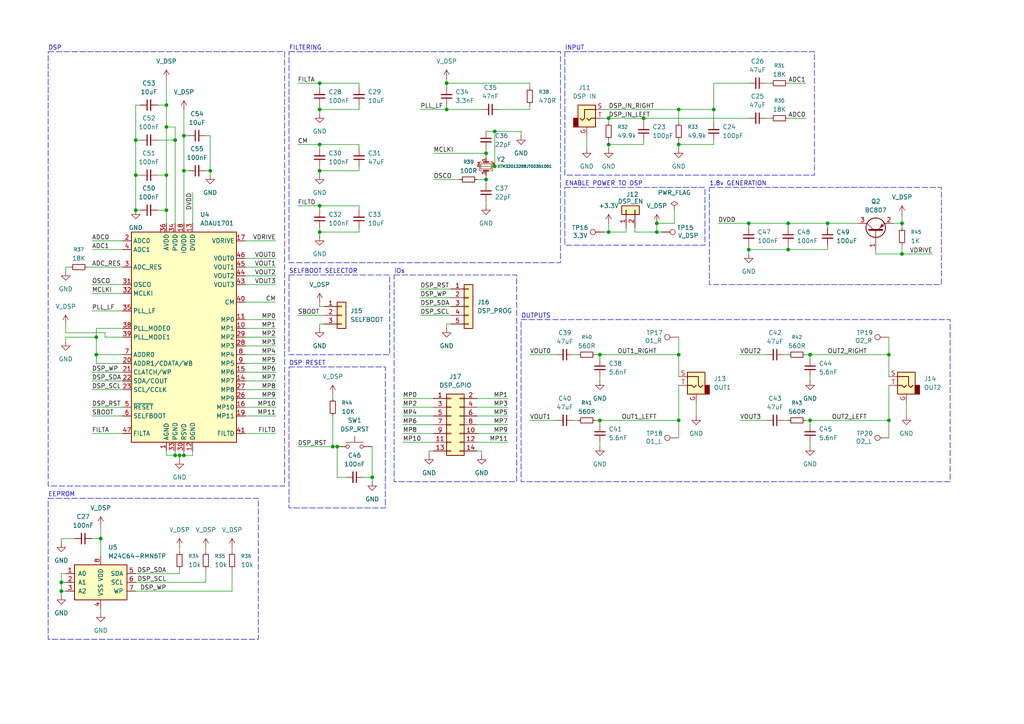
<source format=kicad_sch>
(kicad_sch (version 20250114) (generator "eeschema") (generator_version "9.0")
  (paper "A4")
  (rectangle (start 205.74 54.356) (end 273.05 82.55) (stroke (width 0) (type dash)))
  (rectangle (start 163.83 14.986) (end 236.22 50.8) (stroke (width 0) (type dash)))
  (rectangle (start 114.3 79.756) (end 149.86 139.7) (stroke (width 0) (type dash)))
  (rectangle (start 83.82 106.426) (end 111.76 147.32) (stroke (width 0) (type dash)))
  (rectangle (start 13.97 144.526) (end 74.93 185.42) (stroke (width 0) (type dash)))
  (rectangle (start 83.82 79.756) (end 113.03 102.87) (stroke (width 0) (type dash)))
  (rectangle (start 163.83 54.356) (end 204.47 71.12) (stroke (width 0) (type dash)))
  (rectangle (start 151.13 92.71) (end 275.59 139.7) (stroke (width 0) (type dash)))
  (rectangle (start 13.97 14.986) (end 82.55 140.97) (stroke (width 0) (type dash)))
  (rectangle (start 83.82 14.986) (end 162.56 76.2) (stroke (width 0) (type dash)))
  (text "DSP RESET" (at 83.82 105.41 0) (effects (font (size 1.27 1.27)) (justify left)))
  (text "EEPROM" (at 13.97 143.51 0) (effects (font (size 1.27 1.27)) (justify left)))
  (text "DSP" (at 13.97 13.97 0) (effects (font (size 1.27 1.27)) (justify left)))
  (text "INPUT" (at 163.83 13.97 0) (effects (font (size 1.27 1.27)) (justify left)))
  (text "SELFBOOT SELECTOR" (at 83.82 78.74 0) (effects (font (size 1.27 1.27)) (justify left)))
  (text "FILTERING" (at 83.82 13.97 0) (effects (font (size 1.27 1.27)) (justify left)))
  (text "1.8v GENERATION" (at 205.74 53.34 0) (effects (font (size 1.27 1.27)) (justify left)))
  (text "ENABLE POWER TO DSP" (at 163.83 53.34 0) (effects (font (size 1.27 1.27)) (justify left)))
  (text "OUTPUTS" (at 151.13 91.694 0) (effects (font (size 1.27 1.27)) (justify left)))
  (text "IOs" (at 114.3 78.74 0) (effects (font (size 1.27 1.27)) (justify left)))
  (junction (at 52.07 132.08))
  (junction (at 17.78 168.91))
  (junction (at 234.95 102.87))
  (junction (at 261.62 73.66))
  (junction (at 92.71 31.75))
  (junction (at 140.97 52.07))
  (junction (at 48.26 50.8))
  (junction (at 196.85 102.87))
  (junction (at 234.95 121.92))
  (junction (at 257.81 102.87))
  (junction (at 50.8 132.08))
  (junction (at 92.71 49.53))
  (junction (at 173.99 102.87))
  (junction (at 196.85 41.91))
  (junction (at 186.69 34.29))
  (junction (at 48.26 30.48))
  (junction (at 176.53 34.29))
  (junction (at 129.54 31.75))
  (junction (at 143.51 38.1))
  (junction (at 39.37 40.64))
  (junction (at 261.62 64.77))
  (junction (at 240.03 64.77))
  (junction (at 17.78 171.45))
  (junction (at 140.97 44.45))
  (junction (at 39.37 50.8))
  (junction (at 143.51 48.26))
  (junction (at 217.17 72.39))
  (junction (at 53.34 132.08))
  (junction (at 92.71 59.69))
  (junction (at 257.81 121.92))
  (junction (at 207.01 31.75))
  (junction (at 228.6 64.77))
  (junction (at 196.85 121.92))
  (junction (at 228.6 72.39))
  (junction (at 97.79 129.54))
  (junction (at 53.34 39.37))
  (junction (at 129.54 24.13))
  (junction (at 92.71 24.13))
  (junction (at 190.5 64.77))
  (junction (at 96.52 129.54))
  (junction (at 173.99 121.92))
  (junction (at 60.96 49.53))
  (junction (at 190.5 67.31))
  (junction (at 53.34 49.53))
  (junction (at 39.37 60.96))
  (junction (at 176.53 67.31))
  (junction (at 27.94 102.87))
  (junction (at 48.26 36.83))
  (junction (at 217.17 64.77))
  (junction (at 92.71 67.31))
  (junction (at 107.95 138.43))
  (junction (at 48.26 60.96))
  (junction (at 29.21 156.21))
  (junction (at 50.8 40.64))
  (junction (at 196.85 31.75))
  (junction (at 176.53 41.91))
  (junction (at 27.94 97.79))
  (junction (at 92.71 41.91))
  (wire (pts (xy 172.72 121.92) (xy 173.99 121.92)))
  (wire (pts (xy 129.54 24.13) (xy 129.54 25.4)))
  (wire (pts (xy 138.43 120.65) (xy 147.32 120.65)))
  (wire (pts (xy 71.12 87.63) (xy 80.01 87.63)))
  (wire (pts (xy 175.26 31.75) (xy 196.85 31.75)))
  (wire (pts (xy 173.99 121.92) (xy 173.99 123.19)))
  (wire (pts (xy 125.73 118.11) (xy 116.84 118.11)))
  (wire (pts (xy 96.52 129.54) (xy 97.79 129.54)))
  (wire (pts (xy 257.81 109.22) (xy 257.81 102.87)))
  (wire (pts (xy 254 73.66) (xy 261.62 73.66)))
  (wire (pts (xy 138.43 52.07) (xy 140.97 52.07)))
  (wire (pts (xy 52.07 132.08) (xy 52.07 133.35)))
  (wire (pts (xy 176.53 41.91) (xy 176.53 43.18)))
  (wire (pts (xy 151.13 38.1) (xy 151.13 39.37)))
  (wire (pts (xy 27.94 105.41) (xy 27.94 102.87)))
  (wire (pts (xy 207.01 31.75) (xy 207.01 24.13)))
  (wire (pts (xy 92.71 88.9) (xy 93.98 88.9)))
  (wire (pts (xy 71.12 105.41) (xy 80.01 105.41)))
  (wire (pts (xy 176.53 40.64) (xy 176.53 41.91)))
  (wire (pts (xy 228.6 34.29) (xy 233.68 34.29)))
  (wire (pts (xy 104.14 30.48) (xy 104.14 31.75)))
  (wire (pts (xy 27.94 95.25) (xy 27.94 97.79)))
  (wire (pts (xy 143.51 38.1) (xy 143.51 48.26)))
  (wire (pts (xy 59.69 158.75) (xy 59.69 160.02)))
  (wire (pts (xy 92.71 48.26) (xy 92.71 49.53)))
  (wire (pts (xy 40.64 30.48) (xy 39.37 30.48)))
  (wire (pts (xy 19.05 97.79) (xy 19.05 99.06)))
  (wire (pts (xy 71.12 115.57) (xy 80.01 115.57)))
  (wire (pts (xy 217.17 72.39) (xy 217.17 73.66)))
  (wire (pts (xy 27.94 102.87) (xy 27.94 97.79)))
  (wire (pts (xy 140.97 44.45) (xy 140.97 45.72)))
  (wire (pts (xy 186.69 40.64) (xy 186.69 41.91)))
  (wire (pts (xy 207.01 31.75) (xy 207.01 35.56)))
  (wire (pts (xy 140.97 43.18) (xy 140.97 44.45)))
  (wire (pts (xy 190.5 67.31) (xy 191.77 67.31)))
  (wire (pts (xy 30.48 97.79) (xy 30.48 96.52)))
  (wire (pts (xy 228.6 71.12) (xy 228.6 72.39)))
  (wire (pts (xy 176.53 34.29) (xy 176.53 35.56)))
  (wire (pts (xy 257.81 121.92) (xy 234.95 121.92)))
  (wire (pts (xy 60.96 49.53) (xy 60.96 50.8)))
  (wire (pts (xy 140.97 38.1) (xy 143.51 38.1)))
  (wire (pts (xy 86.36 59.69) (xy 92.71 59.69)))
  (wire (pts (xy 39.37 60.96) (xy 40.64 60.96)))
  (wire (pts (xy 71.12 74.93) (xy 80.01 74.93)))
  (wire (pts (xy 195.58 60.96) (xy 195.58 64.77)))
  (wire (pts (xy 104.14 25.4) (xy 104.14 24.13)))
  (wire (pts (xy 107.95 138.43) (xy 107.95 129.54)))
  (wire (pts (xy 124.46 130.81) (xy 125.73 130.81)))
  (wire (pts (xy 19.05 166.37) (xy 17.78 166.37)))
  (wire (pts (xy 30.48 96.52) (xy 19.05 96.52)))
  (wire (pts (xy 176.53 41.91) (xy 186.69 41.91)))
  (wire (pts (xy 196.85 41.91) (xy 196.85 43.18)))
  (wire (pts (xy 92.71 66.04) (xy 92.71 67.31)))
  (wire (pts (xy 222.25 34.29) (xy 223.52 34.29)))
  (wire (pts (xy 166.37 102.87) (xy 167.64 102.87)))
  (wire (pts (xy 228.6 64.77) (xy 217.17 64.77)))
  (wire (pts (xy 92.71 87.63) (xy 92.71 88.9)))
  (wire (pts (xy 60.96 39.37) (xy 60.96 49.53)))
  (wire (pts (xy 173.99 102.87) (xy 173.99 104.14)))
  (wire (pts (xy 121.92 31.75) (xy 129.54 31.75)))
  (wire (pts (xy 92.71 49.53) (xy 92.71 50.8)))
  (wire (pts (xy 201.93 116.84) (xy 201.93 120.65)))
  (wire (pts (xy 240.03 64.77) (xy 248.92 64.77)))
  (wire (pts (xy 227.33 121.92) (xy 228.6 121.92)))
  (wire (pts (xy 27.94 97.79) (xy 19.05 97.79)))
  (wire (pts (xy 96.52 114.3) (xy 96.52 115.57)))
  (wire (pts (xy 121.92 86.36) (xy 130.81 86.36)))
  (wire (pts (xy 26.67 90.17) (xy 35.56 90.17)))
  (wire (pts (xy 172.72 102.87) (xy 173.99 102.87)))
  (wire (pts (xy 29.21 152.4) (xy 29.21 156.21)))
  (wire (pts (xy 138.43 48.26) (xy 143.51 48.26)))
  (wire (pts (xy 53.34 130.81) (xy 53.34 132.08)))
  (wire (pts (xy 17.78 172.72) (xy 17.78 171.45)))
  (wire (pts (xy 104.14 41.91) (xy 92.71 41.91)))
  (wire (pts (xy 138.43 115.57) (xy 147.32 115.57)))
  (wire (pts (xy 173.99 102.87) (xy 196.85 102.87)))
  (wire (pts (xy 92.71 59.69) (xy 92.71 60.96)))
  (wire (pts (xy 234.95 109.22) (xy 234.95 110.49)))
  (wire (pts (xy 222.25 121.92) (xy 214.63 121.92)))
  (wire (pts (xy 175.26 34.29) (xy 176.53 34.29)))
  (wire (pts (xy 48.26 132.08) (xy 50.8 132.08)))
  (wire (pts (xy 53.34 132.08) (xy 52.07 132.08)))
  (wire (pts (xy 48.26 64.77) (xy 48.26 60.96)))
  (wire (pts (xy 270.51 73.66) (xy 261.62 73.66)))
  (wire (pts (xy 234.95 128.27) (xy 234.95 129.54)))
  (wire (pts (xy 184.15 67.31) (xy 190.5 67.31)))
  (wire (pts (xy 45.72 30.48) (xy 48.26 30.48)))
  (wire (pts (xy 257.81 102.87) (xy 234.95 102.87)))
  (wire (pts (xy 125.73 120.65) (xy 116.84 120.65)))
  (wire (pts (xy 48.26 22.86) (xy 48.26 30.48)))
  (wire (pts (xy 129.54 93.98) (xy 130.81 93.98)))
  (wire (pts (xy 86.36 41.91) (xy 92.71 41.91)))
  (wire (pts (xy 71.12 80.01) (xy 80.01 80.01)))
  (wire (pts (xy 17.78 171.45) (xy 19.05 171.45)))
  (wire (pts (xy 67.31 165.1) (xy 67.31 171.45)))
  (wire (pts (xy 261.62 66.04) (xy 261.62 64.77)))
  (wire (pts (xy 196.85 109.22) (xy 196.85 102.87)))
  (wire (pts (xy 26.67 110.49) (xy 35.56 110.49)))
  (wire (pts (xy 19.05 168.91) (xy 17.78 168.91)))
  (wire (pts (xy 53.34 39.37) (xy 54.61 39.37)))
  (wire (pts (xy 48.26 50.8) (xy 48.26 60.96)))
  (wire (pts (xy 138.43 123.19) (xy 147.32 123.19)))
  (wire (pts (xy 257.81 97.79) (xy 257.81 102.87)))
  (wire (pts (xy 25.4 77.47) (xy 35.56 77.47)))
  (wire (pts (xy 48.26 60.96) (xy 45.72 60.96)))
  (wire (pts (xy 129.54 31.75) (xy 139.7 31.75)))
  (wire (pts (xy 21.59 156.21) (xy 17.78 156.21)))
  (wire (pts (xy 26.67 107.95) (xy 35.56 107.95)))
  (wire (pts (xy 186.69 35.56) (xy 186.69 34.29)))
  (wire (pts (xy 17.78 168.91) (xy 17.78 171.45)))
  (wire (pts (xy 71.12 77.47) (xy 80.01 77.47)))
  (wire (pts (xy 125.73 128.27) (xy 116.84 128.27)))
  (wire (pts (xy 173.99 109.22) (xy 173.99 110.49)))
  (wire (pts (xy 240.03 71.12) (xy 240.03 72.39)))
  (wire (pts (xy 35.56 97.79) (xy 30.48 97.79)))
  (wire (pts (xy 121.92 83.82) (xy 130.81 83.82)))
  (wire (pts (xy 71.12 107.95) (xy 80.01 107.95)))
  (wire (pts (xy 71.12 82.55) (xy 80.01 82.55)))
  (wire (pts (xy 26.67 72.39) (xy 35.56 72.39)))
  (wire (pts (xy 39.37 166.37) (xy 52.07 166.37)))
  (wire (pts (xy 86.36 129.54) (xy 96.52 129.54)))
  (wire (pts (xy 92.71 67.31) (xy 104.14 67.31)))
  (wire (pts (xy 125.73 125.73) (xy 116.84 125.73)))
  (wire (pts (xy 100.33 138.43) (xy 97.79 138.43)))
  (wire (pts (xy 143.51 38.1) (xy 151.13 38.1)))
  (wire (pts (xy 17.78 166.37) (xy 17.78 168.91)))
  (wire (pts (xy 40.64 50.8) (xy 39.37 50.8)))
  (wire (pts (xy 48.26 36.83) (xy 48.26 50.8)))
  (wire (pts (xy 175.26 67.31) (xy 176.53 67.31)))
  (wire (pts (xy 53.34 39.37) (xy 53.34 49.53)))
  (wire (pts (xy 52.07 166.37) (xy 52.07 165.1)))
  (wire (pts (xy 104.14 66.04) (xy 104.14 67.31)))
  (wire (pts (xy 196.85 111.76) (xy 196.85 121.92)))
  (wire (pts (xy 222.25 24.13) (xy 223.52 24.13)))
  (wire (pts (xy 240.03 66.04) (xy 240.03 64.77)))
  (wire (pts (xy 35.56 102.87) (xy 27.94 102.87)))
  (wire (pts (xy 50.8 130.81) (xy 50.8 132.08)))
  (wire (pts (xy 153.67 25.4) (xy 153.67 24.13)))
  (wire (pts (xy 104.14 24.13) (xy 92.71 24.13)))
  (wire (pts (xy 26.67 85.09) (xy 35.56 85.09)))
  (wire (pts (xy 53.34 49.53) (xy 54.61 49.53)))
  (wire (pts (xy 52.07 158.75) (xy 52.07 160.02)))
  (wire (pts (xy 186.69 34.29) (xy 217.17 34.29)))
  (wire (pts (xy 104.14 48.26) (xy 104.14 49.53)))
  (wire (pts (xy 217.17 64.77) (xy 217.17 66.04)))
  (wire (pts (xy 129.54 95.25) (xy 129.54 93.98)))
  (wire (pts (xy 71.12 100.33) (xy 80.01 100.33)))
  (wire (pts (xy 261.62 62.23) (xy 261.62 64.77)))
  (wire (pts (xy 227.33 102.87) (xy 228.6 102.87)))
  (wire (pts (xy 35.56 105.41) (xy 27.94 105.41)))
  (wire (pts (xy 195.58 64.77) (xy 190.5 64.77)))
  (wire (pts (xy 129.54 30.48) (xy 129.54 31.75)))
  (wire (pts (xy 26.67 113.03) (xy 35.56 113.03)))
  (wire (pts (xy 26.67 82.55) (xy 35.56 82.55)))
  (wire (pts (xy 35.56 95.25) (xy 27.94 95.25)))
  (wire (pts (xy 161.29 102.87) (xy 153.67 102.87)))
  (wire (pts (xy 92.71 31.75) (xy 92.71 33.02)))
  (wire (pts (xy 48.26 130.81) (xy 48.26 132.08)))
  (wire (pts (xy 153.67 24.13) (xy 129.54 24.13)))
  (wire (pts (xy 97.79 138.43) (xy 97.79 129.54)))
  (wire (pts (xy 67.31 158.75) (xy 67.31 160.02)))
  (wire (pts (xy 234.95 121.92) (xy 234.95 123.19)))
  (wire (pts (xy 92.71 49.53) (xy 104.14 49.53)))
  (wire (pts (xy 48.26 36.83) (xy 50.8 36.83)))
  (wire (pts (xy 71.12 110.49) (xy 80.01 110.49)))
  (wire (pts (xy 140.97 58.42) (xy 140.97 59.69)))
  (wire (pts (xy 80.01 69.85) (xy 71.12 69.85)))
  (wire (pts (xy 71.12 97.79) (xy 80.01 97.79)))
  (wire (pts (xy 26.67 156.21) (xy 29.21 156.21)))
  (wire (pts (xy 217.17 71.12) (xy 217.17 72.39)))
  (wire (pts (xy 190.5 64.77) (xy 190.5 67.31)))
  (wire (pts (xy 233.68 102.87) (xy 234.95 102.87)))
  (wire (pts (xy 140.97 52.07) (xy 140.97 50.8)))
  (wire (pts (xy 257.81 121.92) (xy 257.81 127)))
  (wire (pts (xy 26.67 125.73) (xy 35.56 125.73)))
  (wire (pts (xy 26.67 118.11) (xy 35.56 118.11)))
  (wire (pts (xy 55.88 132.08) (xy 53.34 132.08)))
  (wire (pts (xy 176.53 67.31) (xy 176.53 64.77)))
  (wire (pts (xy 196.85 97.79) (xy 196.85 102.87)))
  (wire (pts (xy 45.72 50.8) (xy 48.26 50.8)))
  (wire (pts (xy 48.26 30.48) (xy 48.26 36.83)))
  (wire (pts (xy 222.25 102.87) (xy 214.63 102.87)))
  (wire (pts (xy 161.29 121.92) (xy 153.67 121.92)))
  (wire (pts (xy 53.34 31.75) (xy 53.34 39.37)))
  (wire (pts (xy 259.08 64.77) (xy 261.62 64.77)))
  (wire (pts (xy 262.89 116.84) (xy 262.89 120.65)))
  (wire (pts (xy 228.6 24.13) (xy 233.68 24.13)))
  (wire (pts (xy 196.85 121.92) (xy 196.85 127)))
  (wire (pts (xy 92.71 41.91) (xy 92.71 43.18)))
  (wire (pts (xy 93.98 93.98) (xy 92.71 93.98)))
  (wire (pts (xy 55.88 55.88) (xy 55.88 64.77)))
  (wire (pts (xy 181.61 66.04) (xy 181.61 67.31)))
  (wire (pts (xy 104.14 59.69) (xy 92.71 59.69)))
  (wire (pts (xy 55.88 130.81) (xy 55.88 132.08)))
  (wire (pts (xy 261.62 73.66) (xy 261.62 71.12)))
  (wire (pts (xy 71.12 113.03) (xy 80.01 113.03)))
  (wire (pts (xy 40.64 40.64) (xy 39.37 40.64)))
  (wire (pts (xy 105.41 138.43) (xy 107.95 138.43)))
  (wire (pts (xy 92.71 24.13) (xy 92.71 25.4)))
  (wire (pts (xy 121.92 91.44) (xy 130.81 91.44)))
  (wire (pts (xy 121.92 88.9) (xy 130.81 88.9)))
  (wire (pts (xy 20.32 77.47) (xy 19.05 77.47)))
  (wire (pts (xy 50.8 64.77) (xy 50.8 40.64)))
  (wire (pts (xy 207.01 24.13) (xy 217.17 24.13)))
  (wire (pts (xy 39.37 168.91) (xy 59.69 168.91)))
  (wire (pts (xy 196.85 40.64) (xy 196.85 41.91)))
  (wire (pts (xy 86.36 91.44) (xy 93.98 91.44)))
  (wire (pts (xy 107.95 138.43) (xy 107.95 139.7)))
  (wire (pts (xy 196.85 41.91) (xy 207.01 41.91)))
  (wire (pts (xy 138.43 130.81) (xy 139.7 130.81)))
  (wire (pts (xy 17.78 156.21) (xy 17.78 157.48)))
  (wire (pts (xy 139.7 130.81) (xy 139.7 132.08)))
  (wire (pts (xy 140.97 52.07) (xy 140.97 53.34)))
  (wire (pts (xy 50.8 36.83) (xy 50.8 40.64)))
  (wire (pts (xy 39.37 30.48) (xy 39.37 40.64)))
  (wire (pts (xy 59.69 168.91) (xy 59.69 165.1)))
  (wire (pts (xy 29.21 156.21) (xy 29.21 161.29)))
  (wire (pts (xy 129.54 22.86) (xy 129.54 24.13)))
  (wire (pts (xy 125.73 115.57) (xy 116.84 115.57)))
  (wire (pts (xy 196.85 31.75) (xy 196.85 35.56)))
  (wire (pts (xy 181.61 67.31) (xy 176.53 67.31)))
  (wire (pts (xy 234.95 102.87) (xy 234.95 104.14)))
  (wire (pts (xy 138.43 125.73) (xy 147.32 125.73)))
  (wire (pts (xy 92.71 31.75) (xy 104.14 31.75)))
  (wire (pts (xy 71.12 120.65) (xy 80.01 120.65)))
  (wire (pts (xy 186.69 34.29) (xy 176.53 34.29)))
  (wire (pts (xy 26.67 69.85) (xy 35.56 69.85)))
  (wire (pts (xy 233.68 121.92) (xy 234.95 121.92)))
  (wire (pts (xy 173.99 128.27) (xy 173.99 129.54)))
  (wire (pts (xy 39.37 171.45) (xy 67.31 171.45)))
  (wire (pts (xy 29.21 176.53) (xy 29.21 177.8)))
  (wire (pts (xy 196.85 31.75) (xy 207.01 31.75)))
  (wire (pts (xy 125.73 52.07) (xy 133.35 52.07)))
  (wire (pts (xy 39.37 50.8) (xy 39.37 60.96)))
  (wire (pts (xy 153.67 31.75) (xy 153.67 30.48)))
  (wire (pts (xy 92.71 93.98) (xy 92.71 95.25)))
  (wire (pts (xy 104.14 60.96) (xy 104.14 59.69)))
  (wire (pts (xy 184.15 66.04) (xy 184.15 67.31)))
  (wire (pts (xy 228.6 66.04) (xy 228.6 64.77)))
  (wire (pts (xy 104.14 43.18) (xy 104.14 41.91)))
  (wire (pts (xy 86.36 24.13) (xy 92.71 24.13)))
  (wire (pts (xy 39.37 40.64) (xy 39.37 50.8)))
  (wire (pts (xy 19.05 96.52) (xy 19.05 93.98)))
  (wire (pts (xy 71.12 125.73) (xy 80.01 125.73)))
  (wire (pts (xy 124.46 132.08) (xy 124.46 130.81)))
  (wire (pts (xy 71.12 118.11) (xy 80.01 118.11)))
  (wire (pts (xy 59.69 39.37) (xy 60.96 39.37)))
  (wire (pts (xy 71.12 95.25) (xy 80.01 95.25)))
  (wire (pts (xy 125.73 123.19) (xy 116.84 123.19)))
  (wire (pts (xy 92.71 30.48) (xy 92.71 31.75)))
  (wire (pts (xy 240.03 72.39) (xy 228.6 72.39)))
  (wire (pts (xy 96.52 120.65) (xy 96.52 129.54)))
  (wire (pts (xy 71.12 102.87) (xy 80.01 102.87)))
  (wire (pts (xy 71.12 92.71) (xy 80.01 92.71)))
  (wire (pts (xy 19.05 77.47) (xy 19.05 78.74)))
  (wire (pts (xy 257.81 111.76) (xy 257.81 121.92)))
  (wire (pts (xy 50.8 132.08) (xy 52.07 132.08)))
  (wire (pts (xy 196.85 121.92) (xy 173.99 121.92)))
  (wire (pts (xy 254 72.39) (xy 254 73.66)))
  (wire (pts (xy 170.18 39.37) (xy 170.18 43.18)))
  (wire (pts (xy 125.73 44.45) (xy 140.97 44.45)))
  (wire (pts (xy 50.8 40.64) (xy 45.72 40.64)))
  (wire (pts (xy 208.28 64.77) (xy 217.17 64.77)))
  (wire (pts (xy 228.6 72.39) (xy 217.17 72.39)))
  (wire (pts (xy 144.78 31.75) (xy 153.67 31.75)))
  (wire (pts (xy 53.34 49.53) (xy 53.34 64.77)))
  (wire (pts (xy 166.37 121.92) (xy 167.64 121.92)))
  (wire (pts (xy 138.43 128.27) (xy 147.32 128.27)))
  (wire (pts (xy 207.01 40.64) (xy 207.01 41.91)))
  (wire (pts (xy 26.67 120.65) (xy 35.56 120.65)))
  (wire (pts (xy 92.71 67.31) (xy 92.71 68.58)))
  (wire (pts (xy 240.03 64.77) (xy 228.6 64.77)))
  (wire (pts (xy 138.43 118.11) (xy 147.32 118.11)))
  (wire (pts (xy 59.69 49.53) (xy 60.96 49.53)))
  (label "MP1" (at 80.01 95.25 180))
  (label "OUT1_RIGHT" (at 190.5 102.87 180))
  (label "MCLKI" (at 26.67 85.09 0))
  (label "DSP_SCL" (at 26.67 113.03 0))
  (label "VDRIVE" (at 270.51 73.66 180))
  (label "MP6" (at 116.84 123.19 0))
  (label "MP2" (at 80.01 97.79 180))
  (label "MP11" (at 80.01 120.65 180))
  (label "VOUT0" (at 153.67 102.87 0))
  (label "VOUT1" (at 153.67 121.92 0))
  (label "DSP_SDA" (at 121.92 88.9 0))
  (label "ADC1" (at 233.68 24.13 180))
  (label "MP3" (at 80.01 100.33 180))
  (label "CM" (at 86.36 41.91 0))
  (label "ADC0" (at 26.67 69.85 0))
  (label "MP10" (at 116.84 128.27 0))
  (label "MP9" (at 147.32 125.73 180))
  (label "DSP_IN_RIGHT" (at 176.53 31.75 0))
  (label "MP0" (at 116.84 115.57 0))
  (label "DSP_SDA" (at 26.67 110.49 0))
  (label "VOUT0" (at 80.01 74.93 180))
  (label "DSP_WP" (at 48.26 171.45 180))
  (label "VOUT2" (at 80.01 80.01 180))
  (label "MP6" (at 80.01 107.95 180))
  (label "VOUT2" (at 214.63 102.87 0))
  (label "DSP_RST" (at 121.92 83.82 0))
  (label "DVDD" (at 55.88 55.88 270))
  (label "MP2" (at 116.84 118.11 0))
  (label "DSP_RST" (at 86.36 129.54 0))
  (label "OSCO" (at 26.67 82.55 0))
  (label "OUT1_LEFT" (at 190.5 121.92 180))
  (label "MP8" (at 80.01 113.03 180))
  (label "MP7" (at 80.01 110.49 180))
  (label "ADC0" (at 233.68 34.29 180))
  (label "DSP_SCL" (at 48.26 168.91 180))
  (label "OSCO" (at 125.73 52.07 0))
  (label "SBOOT" (at 86.36 91.44 0))
  (label "DSP_WP" (at 26.67 107.95 0))
  (label "VOUT1" (at 80.01 77.47 180))
  (label "CM" (at 80.01 87.63 180))
  (label "MCLKI" (at 125.73 44.45 0))
  (label "OUT2_LEFT" (at 251.46 121.92 180))
  (label "DSP_SCL" (at 121.92 91.44 0))
  (label "MP0" (at 80.01 92.71 180))
  (label "DSP_SDA" (at 48.26 166.37 180))
  (label "VOUT3" (at 214.63 121.92 0))
  (label "PLL_LF" (at 26.67 90.17 0))
  (label "SBOOT" (at 26.67 120.65 0))
  (label "MP5" (at 80.01 105.41 180))
  (label "FILTA" (at 26.67 125.73 0))
  (label "DVDD" (at 208.28 64.77 0))
  (label "MP3" (at 147.32 118.11 180))
  (label "DSP_IN_LEFT" (at 176.53 34.29 0))
  (label "MP1" (at 147.32 115.57 180))
  (label "DSP_RST" (at 26.67 118.11 0))
  (label "MP7" (at 147.32 123.19 180))
  (label "MP11" (at 147.32 128.27 180))
  (label "MP10" (at 80.01 118.11 180))
  (label "ADC1" (at 26.67 72.39 0))
  (label "DSP_WP" (at 121.92 86.36 0))
  (label "MP4" (at 80.01 102.87 180))
  (label "MP9" (at 80.01 115.57 180))
  (label "MP8" (at 116.84 125.73 0))
  (label "OUT2_RIGHT" (at 251.46 102.87 180))
  (label "PLL_LF" (at 121.92 31.75 0))
  (label "VDRIVE" (at 80.01 69.85 180))
  (label "VOUT3" (at 80.01 82.55 180))
  (label "MP5" (at 147.32 120.65 180))
  (label "FILTA" (at 86.36 24.13 0))
  (label "FILTD" (at 86.36 59.69 0))
  (label "ADC_RES" (at 26.67 77.47 0))
  (label "FILTD" (at 80.01 125.73 180))
  (label "MP4" (at 116.84 120.65 0))
  (symbol (lib_id "Connector_Audio:AudioJack2_Ground") (at 201.93 111.76 0) (mirror y) (unit 1)
    (property "Reference" "J13" (at 207.01 109.8549 0) (effects (justify right)))
    (property "Value" "OUT1" (at 207.01 112.3949 0) (effects (justify right)))
    (property "Footprint" "XKB_PJ-3200:XKB_PJ-3200" (effects (hide yes)))
    (property "Description" "Audio Jack, 2 Poles (Mono / TS), Grounded Sleeve" (effects (hide yes)))
  )
  (symbol (lib_id "Device:R_Small") (at 170.18 121.92 90) (unit 1)
    (property "Reference" "R41" (at 170.18 116.84 90) (effects (font (size 1.016 1.016))))
    (property "Value" "560R" (at 170.18 119.38 90))
    (property "Footprint" "Resistor_SMD:R_0603_1608Metric_Pad0.98x0.95mm_HandSolder" (effects (hide yes)))
    (property "Description" "Resistor, small symbol" (effects (hide yes)))
  )
  (symbol (lib_id "power:GND") (at 124.46 132.08 0) (unit 1)
    (property "Reference" "#PWR093" (effects (hide yes)))
    (property "Value" "GND" (at 124.46 137.16 0))
    (property "Description" "Power symbol creates a global label with name \"GND\" , ground" (effects (hide yes)))
  )
  (symbol (lib_id "Device:C_Small") (at 140.97 40.64 0) (unit 1)
    (property "Reference" "C36" (at 143.51 39.3762 0) (effects (justify left)))
    (property "Value" "22pF" (at 143.51 41.9162 0) (effects (justify left)))
    (property "Footprint" "Capacitor_SMD:C_0603_1608Metric_Pad1.08x0.95mm_HandSolder" (effects (hide yes)))
    (property "Description" "Unpolarized capacitor, small symbol" (effects (hide yes)))
  )
  (symbol (lib_id "Connector:TestPoint") (at 175.26 67.31 90) (unit 1)
    (property "Reference" "TP16" (at 170.688 66.04 90) (effects (justify left)))
    (property "Value" "3.3V" (at 170.434 68.326 90) (effects (justify left)))
    (property "Footprint" "TestPoint:TestPoint_THTPad_1.0x1.0mm_Drill0.5mm" (effects (hide yes)))
    (property "Description" "test point" (effects (hide yes)))
  )
  (symbol (lib_id "power:VDD") (at 53.34 31.75 0) (unit 1)
    (property "Reference" "#PWR090" (effects (hide yes)))
    (property "Value" "V_DSP" (at 53.34 26.67 0))
    (property "Description" "Power symbol creates a global label with name \"VDD\"" (effects (hide yes)))
  )
  (symbol (lib_id "power:GND") (at 234.95 129.54 0) (unit 1)
    (property "Reference" "#PWR077" (effects (hide yes)))
    (property "Value" "GND" (at 234.95 134.62 0))
    (property "Description" "Power symbol creates a global label with name \"GND\" , ground" (effects (hide yes)))
  )
  (symbol (lib_id "power:GND") (at 92.71 33.02 0) (unit 1)
    (property "Reference" "#PWR067" (effects (hide yes)))
    (property "Value" "GND" (at 92.71 38.1 0))
    (property "Description" "Power symbol creates a global label with name \"GND\" , ground" (effects (hide yes)))
  )
  (symbol (lib_id "power:VDD") (at 92.71 87.63 0) (unit 1)
    (property "Reference" "#PWR080" (effects (hide yes)))
    (property "Value" "V_DSP" (at 92.71 82.55 0))
    (property "Description" "Power symbol creates a global label with name \"VDD\"" (effects (hide yes)))
  )
  (symbol (lib_id "power:VDD") (at 52.07 158.75 0) (unit 1)
    (property "Reference" "#PWR062" (effects (hide yes)))
    (property "Value" "V_DSP" (at 52.07 153.67 0))
    (property "Description" "Power symbol creates a global label with name \"VDD\"" (effects (hide yes)))
  )
  (symbol (lib_id "Device:C_Small") (at 219.71 34.29 270) (unit 1)
    (property "Reference" "C25" (at 219.7036 27.94 90))
    (property "Value" "47uF" (at 219.7036 30.48 90))
    (property "Footprint" "Capacitor_SMD:C_0603_1608Metric_Pad1.08x0.95mm_HandSolder" (effects (hide yes)))
    (property "Description" "Unpolarized capacitor, small symbol" (effects (hide yes)))
  )
  (symbol (lib_id "Connector_Audio:AudioJack2_Ground") (at 170.18 34.29 0) (unit 1)
    (property "Reference" "J11" (at 169.545 25.4 0))
    (property "Value" "DSP IN" (at 169.545 27.94 0))
    (property "Footprint" "XKB_PJ-3200:XKB_PJ-3200" (effects (hide yes)))
    (property "Description" "Audio Jack, 2 Poles (Mono / TS), Grounded Sleeve" (effects (hide yes)))
  )
  (symbol (lib_id "power:GND") (at 196.85 43.18 0) (unit 1)
    (property "Reference" "#PWR057" (effects (hide yes)))
    (property "Value" "GND" (at 196.85 48.26 0))
    (property "Description" "Power symbol creates a global label with name \"GND\" , ground" (effects (hide yes)))
  )
  (symbol (lib_id "power:GND") (at 151.13 39.37 0) (unit 1)
    (property "Reference" "#PWR071" (effects (hide yes)))
    (property "Value" "GND" (at 151.13 44.45 0))
    (property "Description" "Power symbol creates a global label with name \"GND\" , ground" (effects (hide yes)))
  )
  (symbol (lib_id "Device:C_Small") (at 140.97 55.88 0) (unit 1)
    (property "Reference" "C37" (at 143.51 54.6162 0) (effects (justify left)))
    (property "Value" "22pF" (at 143.51 57.1562 0) (effects (justify left)))
    (property "Footprint" "Capacitor_SMD:C_0603_1608Metric_Pad1.08x0.95mm_HandSolder" (effects (hide yes)))
    (property "Description" "Unpolarized capacitor, small symbol" (effects (hide yes)))
  )
  (symbol (lib_id "power:VDD") (at 29.21 152.4 0) (unit 1)
    (property "Reference" "#PWR061" (effects (hide yes)))
    (property "Value" "V_DSP" (at 29.21 147.32 0))
    (property "Description" "Power symbol creates a global label with name \"VDD\"" (effects (hide yes)))
  )
  (symbol (lib_id "power:PWR_FLAG") (at 195.58 60.96 0) (unit 1)
    (property "Reference" "#FLG05" (effects (hide yes)))
    (property "Value" "PWR_FLAG" (at 195.58 55.88 0))
    (property "Description" "Special symbol for telling ERC where power comes from" (effects (hide yes)))
  )
  (symbol (lib_id "Device:C_Small") (at 234.95 106.68 0) (unit 1)
    (property "Reference" "C44" (at 237.49 105.4162 0) (effects (justify left)))
    (property "Value" "5.6nF" (at 237.49 107.9562 0) (effects (justify left)))
    (property "Footprint" "Capacitor_SMD:C_0603_1608Metric_Pad1.08x0.95mm_HandSolder" (effects (hide yes)))
    (property "Description" "Unpolarized capacitor, small symbol" (effects (hide yes)))
  )
  (symbol (lib_id "Device:C_Small") (at 104.14 63.5 180) (unit 1)
    (property "Reference" "C33" (at 106.68 62.2235 0) (effects (justify right)))
    (property "Value" "10uF" (at 106.68 64.7635 0) (effects (justify right)))
    (property "Footprint" "Capacitor_SMD:C_0603_1608Metric_Pad1.08x0.95mm_HandSolder" (effects (hide yes)))
    (property "Description" "Unpolarized capacitor, small symbol" (effects (hide yes)))
  )
  (symbol (lib_id "Device:R_Small") (at 96.52 118.11 0) (unit 1)
    (property "Reference" "R44" (at 99.06 116.8399 0) (effects (font (size 1.016 1.016)) (justify left)))
    (property "Value" "10K" (at 99.06 119.3799 0) (effects (justify left)))
    (property "Footprint" "Resistor_SMD:R_0603_1608Metric_Pad0.98x0.95mm_HandSolder" (effects (hide yes)))
    (property "Description" "Resistor, small symbol" (effects (hide yes)))
  )
  (symbol (lib_id "power:GND") (at 170.18 43.18 0) (unit 1)
    (property "Reference" "#PWR054" (effects (hide yes)))
    (property "Value" "GND" (at 170.18 48.26 0))
    (property "Description" "Power symbol creates a global label with name \"GND\" , ground" (effects (hide yes)))
  )
  (symbol (lib_id "Device:C_Small") (at 234.95 125.73 0) (unit 1)
    (property "Reference" "C45" (at 237.49 124.4662 0) (effects (justify left)))
    (property "Value" "5.6nF" (at 237.49 127.0062 0) (effects (justify left)))
    (property "Footprint" "Capacitor_SMD:C_0603_1608Metric_Pad1.08x0.95mm_HandSolder" (effects (hide yes)))
    (property "Description" "Unpolarized capacitor, small symbol" (effects (hide yes)))
  )
  (symbol (lib_id "power:+3.3V") (at 176.53 64.77 0) (unit 1)
    (property "Reference" "#PWR084" (effects (hide yes)))
    (property "Value" "+3.3V" (at 176.53 59.69 0))
    (property "Description" "Power symbol creates a global label with name \"+3.3V\"" (effects (hide yes)))
  )
  (symbol (lib_id "Device:C_Small") (at 92.71 63.5 180) (unit 1)
    (property "Reference" "C32" (at 95.25 62.2235 0) (effects (justify right)))
    (property "Value" "100nF" (at 95.25 64.7635 0) (effects (justify right)))
    (property "Footprint" "Capacitor_SMD:C_0603_1608Metric_Pad1.08x0.95mm_HandSolder" (effects (hide yes)))
    (property "Description" "Unpolarized capacitor, small symbol" (effects (hide yes)))
  )
  (symbol (lib_id "Device:R_Small") (at 170.18 102.87 90) (unit 1)
    (property "Reference" "R40" (at 170.18 97.79 90) (effects (font (size 1.016 1.016))))
    (property "Value" "560R" (at 170.18 100.33 90))
    (property "Footprint" "Resistor_SMD:R_0603_1608Metric_Pad0.98x0.95mm_HandSolder" (effects (hide yes)))
    (property "Description" "Resistor, small symbol" (effects (hide yes)))
  )
  (symbol (lib_id "power:VDD") (at 67.31 158.75 0) (unit 1)
    (property "Reference" "#PWR064" (effects (hide yes)))
    (property "Value" "V_DSP" (at 67.31 153.67 0))
    (property "Description" "Power symbol creates a global label with name \"VDD\"" (effects (hide yes)))
  )
  (symbol (lib_id "Switch:SW_Push") (at 102.87 129.54 0) (unit 1)
    (property "Reference" "SW1" (at 102.87 121.92 0))
    (property "Value" "DSP_RST" (at 102.87 124.46 0))
    (property "Footprint" "TS3425BA:TS3425BA" (effects (hide yes)))
    (property "Description" "Push button switch, generic, two pins" (effects (hide yes)))
  )
  (symbol (lib_id "Connector_Generic:Conn_02x07_Odd_Even") (at 130.81 123.19 0) (unit 1)
    (property "Reference" "J17" (at 132.08 109.22 0))
    (property "Value" "DSP_GPIO" (at 132.08 111.76 0))
    (property "Footprint" "Connector_PinHeader_2.54mm:PinHeader_2x07_P2.54mm_Vertical" (effects (hide yes)))
    (property "Description" "Generic connector, double row, 02x07, odd/even pin numbering scheme (row 1 odd numbers, row 2 even numbers), script generated (kicad-library-utils/schlib/autogen/connector/)" (effects (hide yes)))
  )
  (symbol (lib_id "DSP_AnalogDevices:ADAU1701") (at 53.34 97.79 0) (unit 1)
    (property "Reference" "U4" (at 58.0233 62.23 0) (effects (justify left)))
    (property "Value" "ADAU1701" (at 58.0233 64.77 0) (effects (justify left)))
    (property "Footprint" "Package_QFP:LQFP-48_7x7mm_P0.5mm" (effects (hide yes)))
    (property "Datasheet" "https://www.analog.com/media/en/technical-documentation/data-sheets/ADAU1701.pdf" (effects (hide yes)))
    (property "Description" "SigmaDSP 28-/56-Bit Audio Processor with Two ADCs and Four DACs, 50 MIPS, 1kword Program RAM, 2kword Data RAM, LQFP-48" (effects (hide yes)))
  )
  (symbol (lib_id "Device:R_Small") (at 52.07 162.56 0) (unit 1)
    (property "Reference" "R34" (at 54.61 161.2899 0) (effects (font (size 1.016 1.016)) (justify left)))
    (property "Value" "10k" (at 54.61 163.8299 0) (effects (justify left)))
    (property "Footprint" "Resistor_SMD:R_0603_1608Metric_Pad0.98x0.95mm_HandSolder" (effects (hide yes)))
    (property "Description" "Resistor, small symbol" (effects (hide yes)))
  )
  (symbol (lib_id "Device:R_Small") (at 176.53 38.1 0) (unit 1)
    (property "Reference" "R32" (at 179.07 36.8299 0) (effects (font (size 1.016 1.016)) (justify left)))
    (property "Value" "49.9k" (at 179.07 39.3699 0) (effects (justify left)))
    (property "Footprint" "Resistor_SMD:R_0603_1608Metric_Pad0.98x0.95mm_HandSolder" (effects (hide yes)))
    (property "Description" "Resistor, small symbol" (effects (hide yes)))
  )
  (symbol (lib_id "power:GND") (at 60.96 50.8 0) (unit 1)
    (property "Reference" "#PWR091" (effects (hide yes)))
    (property "Value" "GND" (at 60.96 55.88 0))
    (property "Description" "Power symbol creates a global label with name \"GND\" , ground" (effects (hide yes)))
  )
  (symbol (lib_id "Connector:TestPoint") (at 196.85 127 90) (unit 1)
    (property "Reference" "TP18" (at 192.278 125.73 90) (effects (justify left)))
    (property "Value" "O1_L" (at 192.024 128.016 90) (effects (justify left)))
    (property "Footprint" "TestPoint:TestPoint_THTPad_1.0x1.0mm_Drill0.5mm" (effects (hide yes)))
    (property "Description" "test point" (effects (hide yes)))
  )
  (symbol (lib_id "Device:C_Small") (at 173.99 106.68 0) (unit 1)
    (property "Reference" "C38" (at 176.53 105.4162 0) (effects (justify left)))
    (property "Value" "5.6nF" (at 176.53 107.9562 0) (effects (justify left)))
    (property "Footprint" "Capacitor_SMD:C_0603_1608Metric_Pad1.08x0.95mm_HandSolder" (effects (hide yes)))
    (property "Description" "Unpolarized capacitor, small symbol" (effects (hide yes)))
  )
  (symbol (lib_id "power:GND") (at 201.93 120.65 0) (mirror y) (unit 1)
    (property "Reference" "#PWR073" (effects (hide yes)))
    (property "Value" "GND" (at 201.93 125.73 0))
    (property "Description" "Power symbol creates a global label with name \"GND\" , ground" (effects (hide yes)))
  )
  (symbol (lib_id "Device:R_Small") (at 153.67 27.94 0) (unit 1)
    (property "Reference" "R38" (at 156.21 26.6699 0) (effects (font (size 1.016 1.016)) (justify left)))
    (property "Value" "470R" (at 156.21 29.2099 0) (effects (justify left)))
    (property "Footprint" "Resistor_SMD:R_0603_1608Metric_Pad0.98x0.95mm_HandSolder" (effects (hide yes)))
    (property "Description" "Resistor, small symbol" (effects (hide yes)))
  )
  (symbol (lib_id "power:GND") (at 139.7 132.08 0) (unit 1)
    (property "Reference" "#PWR094" (effects (hide yes)))
    (property "Value" "GND" (at 139.7 137.16 0))
    (property "Description" "Power symbol creates a global label with name \"GND\" , ground" (effects (hide yes)))
  )
  (symbol (lib_id "Device:R_Small") (at 67.31 162.56 0) (unit 1)
    (property "Reference" "R36" (at 69.85 161.2899 0) (effects (font (size 1.016 1.016)) (justify left)))
    (property "Value" "10k" (at 69.85 163.8299 0) (effects (justify left)))
    (property "Footprint" "Resistor_SMD:R_0603_1608Metric_Pad0.98x0.95mm_HandSolder" (effects (hide yes)))
    (property "Description" "Resistor, small symbol" (effects (hide yes)))
  )
  (symbol (lib_id "Device:R_Small") (at 261.62 68.58 0) (unit 1)
    (property "Reference" "R45" (at 264.16 67.3099 0) (effects (font (size 1.016 1.016)) (justify left)))
    (property "Value" "1K" (at 264.16 69.8499 0) (effects (justify left)))
    (property "Footprint" "Resistor_SMD:R_0603_1608Metric_Pad0.98x0.95mm_HandSolder" (effects (hide yes)))
    (property "Description" "Resistor, small symbol" (effects (hide yes)))
  )
  (symbol (lib_id "Device:C_Small") (at 102.87 138.43 270) (unit 1)
    (property "Reference" "C46" (at 102.8636 132.08 90))
    (property "Value" "100nF" (at 102.8636 134.62 90))
    (property "Footprint" "Capacitor_SMD:C_0603_1608Metric_Pad1.08x0.95mm_HandSolder" (effects (hide yes)))
    (property "Description" "Unpolarized capacitor, small symbol" (effects (hide yes)))
  )
  (symbol (lib_id "Device:C_Small") (at 43.18 40.64 90) (unit 1)
    (property "Reference" "C52" (at 43.1863 34.29 90))
    (property "Value" "100nF" (at 43.1863 36.83 90))
    (property "Footprint" "Capacitor_SMD:C_0603_1608Metric_Pad1.08x0.95mm_HandSolder" (effects (hide yes)))
    (property "Description" "Unpolarized capacitor, small symbol" (effects (hide yes)))
  )
  (symbol (lib_id "power:GND") (at 39.37 60.96 0) (unit 1)
    (property "Reference" "#PWR089" (effects (hide yes)))
    (property "Value" "GND" (at 39.37 66.04 0))
    (property "Description" "Power symbol creates a global label with name \"GND\" , ground" (effects (hide yes)))
  )
  (symbol (lib_id "Device:C_Small") (at 104.14 27.94 180) (unit 1)
    (property "Reference" "C29" (at 106.68 26.6635 0) (effects (justify right)))
    (property "Value" "10uF" (at 106.68 29.2035 0) (effects (justify right)))
    (property "Footprint" "Capacitor_SMD:C_0603_1608Metric_Pad1.08x0.95mm_HandSolder" (effects (hide yes)))
    (property "Description" "Unpolarized capacitor, small symbol" (effects (hide yes)))
  )
  (symbol (lib_id "Connector_Generic:Conn_01x05") (at 135.89 88.9 0) (unit 1)
    (property "Reference" "J16" (at 138.43 87.6299 0) (effects (justify left)))
    (property "Value" "DSP_PROG" (at 138.43 90.1699 0) (effects (justify left)))
    (property "Footprint" "Connector_PinSocket_2.54mm:PinSocket_1x05_P2.54mm_Vertical" (effects (hide yes)))
    (property "Description" "Generic connector, single row, 01x05, script generated (kicad-library-utils/schlib/autogen/connector/)" (effects (hide yes)))
  )
  (symbol (lib_id "Device:C_Small") (at 186.69 38.1 180) (unit 1)
    (property "Reference" "C23" (at 189.23 36.8235 0) (effects (justify right)))
    (property "Value" "100pF" (at 189.23 39.3635 0) (effects (justify right)))
    (property "Footprint" "Capacitor_SMD:C_0603_1608Metric_Pad1.08x0.95mm_HandSolder" (effects (hide yes)))
    (property "Description" "Unpolarized capacitor, small symbol" (effects (hide yes)))
  )
  (symbol (lib_id "power:GND") (at 173.99 129.54 0) (unit 1)
    (property "Reference" "#PWR075" (effects (hide yes)))
    (property "Value" "GND" (at 173.99 134.62 0))
    (property "Description" "Power symbol creates a global label with name \"GND\" , ground" (effects (hide yes)))
  )
  (symbol (lib_id "Device:R_Small") (at 196.85 38.1 0) (unit 1)
    (property "Reference" "R33" (at 199.39 36.8299 0) (effects (font (size 1.016 1.016)) (justify left)))
    (property "Value" "49.9k" (at 199.39 39.3699 0) (effects (justify left)))
    (property "Footprint" "Resistor_SMD:R_0603_1608Metric_Pad0.98x0.95mm_HandSolder" (effects (hide yes)))
    (property "Description" "Resistor, small symbol" (effects (hide yes)))
  )
  (symbol (lib_id "power:GND") (at 92.71 95.25 0) (unit 1)
    (property "Reference" "#PWR079" (effects (hide yes)))
    (property "Value" "GND" (at 92.71 100.33 0))
    (property "Description" "Power symbol creates a global label with name \"GND\" , ground" (effects (hide yes)))
  )
  (symbol (lib_id "power:VDD") (at 261.62 62.23 0) (unit 1)
    (property "Reference" "#PWR085" (effects (hide yes)))
    (property "Value" "V_DSP" (at 261.62 57.15 0))
    (property "Description" "Power symbol creates a global label with name \"VDD\"" (effects (hide yes)))
  )
  (symbol (lib_id "Device:C_Small") (at 92.71 27.94 180) (unit 1)
    (property "Reference" "C28" (at 95.25 26.6635 0) (effects (justify right)))
    (property "Value" "100nF" (at 95.25 29.2035 0) (effects (justify right)))
    (property "Footprint" "Capacitor_SMD:C_0603_1608Metric_Pad1.08x0.95mm_HandSolder" (effects (hide yes)))
    (property "Description" "Unpolarized capacitor, small symbol" (effects (hide yes)))
  )
  (symbol (lib_id "power:VDD") (at 48.26 22.86 0) (unit 1)
    (property "Reference" "#PWR088" (effects (hide yes)))
    (property "Value" "V_DSP" (at 48.26 17.78 0))
    (property "Description" "Power symbol creates a global label with name \"VDD\"" (effects (hide yes)))
  )
  (symbol (lib_id "Device:C_Small") (at 43.18 60.96 90) (unit 1)
    (property "Reference" "C50" (at 43.1863 54.61 90))
    (property "Value" "100nF" (at 43.1863 57.15 90))
    (property "Footprint" "Capacitor_SMD:C_0603_1608Metric_Pad1.08x0.95mm_HandSolder" (effects (hide yes)))
    (property "Description" "Unpolarized capacitor, small symbol" (effects (hide yes)))
  )
  (symbol (lib_id "Device:C_Small") (at 207.01 38.1 180) (unit 1)
    (property "Reference" "C24" (at 209.55 36.8235 0) (effects (justify right)))
    (property "Value" "100pF" (at 209.55 39.3635 0) (effects (justify right)))
    (property "Footprint" "Capacitor_SMD:C_0603_1608Metric_Pad1.08x0.95mm_HandSolder" (effects (hide yes)))
    (property "Description" "Unpolarized capacitor, small symbol" (effects (hide yes)))
  )
  (symbol (lib_id "Device:C_Small") (at 104.14 45.72 180) (unit 1)
    (property "Reference" "C31" (at 106.68 44.4435 0) (effects (justify right)))
    (property "Value" "47uF" (at 106.68 46.9835 0) (effects (justify right)))
    (property "Footprint" "Capacitor_SMD:C_0603_1608Metric_Pad1.08x0.95mm_HandSolder" (effects (hide yes)))
    (property "Description" "Unpolarized capacitor, small symbol" (effects (hide yes)))
  )
  (symbol (lib_id "Device:C_Small") (at 240.03 68.58 0) (unit 1)
    (property "Reference" "C49" (at 242.57 67.3162 0) (effects (justify left)))
    (property "Value" "100uF" (at 242.57 69.8562 0) (effects (justify left)))
    (property "Footprint" "Capacitor_SMD:C_0603_1608Metric_Pad1.08x0.95mm_HandSolder" (effects (hide yes)))
    (property "Description" "Unpolarized capacitor, small symbol" (effects (hide yes)))
  )
  (symbol (lib_id "Device:R_Small") (at 231.14 102.87 90) (unit 1)
    (property "Reference" "R42" (at 231.14 97.79 90) (effects (font (size 1.016 1.016))))
    (property "Value" "560R" (at 231.14 100.33 90))
    (property "Footprint" "Resistor_SMD:R_0603_1608Metric_Pad0.98x0.95mm_HandSolder" (effects (hide yes)))
    (property "Description" "Resistor, small symbol" (effects (hide yes)))
  )
  (symbol (lib_id "power:GND") (at 173.99 110.49 0) (unit 1)
    (property "Reference" "#PWR074" (effects (hide yes)))
    (property "Value" "GND" (at 173.99 115.57 0))
    (property "Description" "Power symbol creates a global label with name \"GND\" , ground" (effects (hide yes)))
  )
  (symbol (lib_id "power:VDD") (at 190.5 64.77 0) (unit 1)
    (property "Reference" "#PWR060" (effects (hide yes)))
    (property "Value" "V_DSP" (at 190.5 59.69 0))
    (property "Description" "Power symbol creates a global label with name \"VDD\"" (effects (hide yes)))
  )
  (symbol (lib_id "Device:C_Small") (at 217.17 68.58 0) (unit 1)
    (property "Reference" "C47" (at 219.71 67.3162 0) (effects (justify left)))
    (property "Value" "100nF" (at 219.71 69.8562 0) (effects (justify left)))
    (property "Footprint" "Capacitor_SMD:C_0603_1608Metric_Pad1.08x0.95mm_HandSolder" (effects (hide yes)))
    (property "Description" "Unpolarized capacitor, small symbol" (effects (hide yes)))
  )
  (symbol (lib_id "Connector_Generic:Conn_01x03") (at 99.06 91.44 0) (unit 1)
    (property "Reference" "J15" (at 101.6 90.1699 0) (effects (justify left)))
    (property "Value" "SELFBOOT" (at 101.6 92.7099 0) (effects (justify left)))
    (property "Footprint" "Connector_PinHeader_2.54mm:PinHeader_1x03_P2.54mm_Vertical" (effects (hide yes)))
    (property "Description" "Generic connector, single row, 01x03, script generated (kicad-library-utils/schlib/autogen/connector/)" (effects (hide yes)))
  )
  (symbol (lib_id "power:GND") (at 129.54 95.25 0) (unit 1)
    (property "Reference" "#PWR092" (effects (hide yes)))
    (property "Value" "GND" (at 129.54 100.33 0))
    (property "Description" "Power symbol creates a global label with name \"GND\" , ground" (effects (hide yes)))
  )
  (symbol (lib_id "power:GND") (at 107.95 139.7 0) (unit 1)
    (property "Reference" "#PWR081" (effects (hide yes)))
    (property "Value" "GND" (at 107.95 144.78 0))
    (property "Description" "Power symbol creates a global label with name \"GND\" , ground" (effects (hide yes)))
  )
  (symbol (lib_id "Connector:TestPoint") (at 191.77 67.31 270) (mirror x) (unit 1)
    (property "Reference" "TP15" (at 196.342 66.04 90) (effects (justify left)))
    (property "Value" "V_DSP" (at 196.596 68.326 90) (effects (justify left)))
    (property "Footprint" "TestPoint:TestPoint_THTPad_1.0x1.0mm_Drill0.5mm" (effects (hide yes)))
    (property "Description" "test point" (effects (hide yes)))
  )
  (symbol (lib_id "Connector:TestPoint") (at 196.85 97.79 90) (unit 1)
    (property "Reference" "TP17" (at 192.278 96.52 90) (effects (justify left)))
    (property "Value" "O1_R" (at 192.024 98.806 90) (effects (justify left)))
    (property "Footprint" "TestPoint:TestPoint_THTPad_1.0x1.0mm_Drill0.5mm" (effects (hide yes)))
    (property "Description" "test point" (effects (hide yes)))
  )
  (symbol (lib_id "power:GND") (at 17.78 172.72 0) (unit 1)
    (property "Reference" "#PWR058" (effects (hide yes)))
    (property "Value" "GND" (at 17.78 177.8 0))
    (property "Description" "Power symbol creates a global label with name \"GND\" , ground" (effects (hide yes)))
  )
  (symbol (lib_id "power:GND") (at 92.71 68.58 0) (unit 1)
    (property "Reference" "#PWR069" (effects (hide yes)))
    (property "Value" "GND" (at 92.71 73.66 0))
    (property "Description" "Power symbol creates a global label with name \"GND\" , ground" (effects (hide yes)))
  )
  (symbol (lib_id "power:GND") (at 262.89 120.65 0) (mirror y) (unit 1)
    (property "Reference" "#PWR078" (effects (hide yes)))
    (property "Value" "GND" (at 262.89 125.73 0))
    (property "Description" "Power symbol creates a global label with name \"GND\" , ground" (effects (hide yes)))
  )
  (symbol (lib_id "Connector_Audio:AudioJack2_Ground") (at 262.89 111.76 0) (mirror y) (unit 1)
    (property "Reference" "J14" (at 267.97 109.8549 0) (effects (justify right)))
    (property "Value" "OUT2" (at 267.97 112.3949 0) (effects (justify right)))
    (property "Footprint" "XKB_PJ-3200:XKB_PJ-3200" (effects (hide yes)))
    (property "Description" "Audio Jack, 2 Poles (Mono / TS), Grounded Sleeve" (effects (hide yes)))
  )
  (symbol (lib_id "Device:C_Small") (at 43.18 50.8 90) (unit 1)
    (property "Reference" "C51" (at 43.1863 44.45 90))
    (property "Value" "100nF" (at 43.1863 46.99 90))
    (property "Footprint" "Capacitor_SMD:C_0603_1608Metric_Pad1.08x0.95mm_HandSolder" (effects (hide yes)))
    (property "Description" "Unpolarized capacitor, small symbol" (effects (hide yes)))
  )
  (symbol (lib_id "Device:R_Small") (at 135.89 52.07 90) (unit 1)
    (property "Reference" "R39" (at 135.89 46.99 90) (effects (font (size 1.016 1.016))))
    (property "Value" "100R" (at 135.89 49.53 90))
    (property "Footprint" "Resistor_SMD:R_0603_1608Metric_Pad0.98x0.95mm_HandSolder" (effects (hide yes)))
    (property "Description" "Resistor, small symbol" (effects (hide yes)))
  )
  (symbol (lib_id "power:GND") (at 29.21 177.8 0) (unit 1)
    (property "Reference" "#PWR065" (effects (hide yes)))
    (property "Value" "GND" (at 29.21 182.88 0))
    (property "Description" "Power symbol creates a global label with name \"GND\" , ground" (effects (hide yes)))
  )
  (symbol (lib_id "Device:C_Small") (at 129.54 27.94 180) (unit 1)
    (property "Reference" "C34" (at 132.08 26.6635 0) (effects (justify right)))
    (property "Value" "3.3nF" (at 132.08 29.2035 0) (effects (justify right)))
    (property "Footprint" "Capacitor_SMD:C_0603_1608Metric_Pad1.08x0.95mm_HandSolder" (effects (hide yes)))
    (property "Description" "Unpolarized capacitor, small symbol" (effects (hide yes)))
  )
  (symbol (lib_id "Device:C_Small") (at 43.18 30.48 90) (unit 1)
    (property "Reference" "C53" (at 43.1863 24.13 90))
    (property "Value" "10uF" (at 43.1863 26.67 90))
    (property "Footprint" "Capacitor_SMD:C_0603_1608Metric_Pad1.08x0.95mm_HandSolder" (effects (hide yes)))
    (property "Description" "Unpolarized capacitor, small symbol" (effects (hide yes)))
  )
  (symbol (lib_id "Device:C_Small") (at 57.15 39.37 90) (unit 1)
    (property "Reference" "C54" (at 57.1563 33.02 90))
    (property "Value" "10uF" (at 57.1563 35.56 90))
    (property "Footprint" "Capacitor_SMD:C_0603_1608Metric_Pad1.08x0.95mm_HandSolder" (effects (hide yes)))
    (property "Description" "Unpolarized capacitor, small symbol" (effects (hide yes)))
  )
  (symbol (lib_id "power:GND") (at 19.05 99.06 0) (unit 1)
    (property "Reference" "#PWR087" (effects (hide yes)))
    (property "Value" "GND" (at 19.05 104.14 0))
    (property "Description" "Power symbol creates a global label with name \"GND\" , ground" (effects (hide yes)))
  )
  (symbol (lib_id "Device:R_Small") (at 22.86 77.47 270) (unit 1)
    (property "Reference" "R37" (at 22.86 72.39 90) (effects (font (size 1.016 1.016))))
    (property "Value" "18K" (at 22.86 74.93 90))
    (property "Footprint" "Resistor_SMD:R_0603_1608Metric_Pad0.98x0.95mm_HandSolder" (effects (hide yes)))
    (property "Description" "Resistor, small symbol" (effects (hide yes)))
  )
  (symbol (lib_id "Device:C_Small") (at 24.13 156.21 270) (unit 1)
    (property "Reference" "C27" (at 24.1236 149.86 90))
    (property "Value" "100nF" (at 24.1236 152.4 90))
    (property "Footprint" "Capacitor_SMD:C_0603_1608Metric_Pad1.08x0.95mm_HandSolder" (effects (hide yes)))
    (property "Description" "Unpolarized capacitor, small symbol" (effects (hide yes)))
  )
  (symbol (lib_id "power:GND") (at 217.17 73.66 0) (unit 1)
    (property "Reference" "#PWR083" (effects (hide yes)))
    (property "Value" "GND" (at 217.17 78.74 0))
    (property "Description" "Power symbol creates a global label with name \"GND\" , ground" (effects (hide yes)))
  )
  (symbol (lib_id "Device:C_Small") (at 142.24 31.75 270) (unit 1)
    (property "Reference" "C35" (at 142.2336 25.4 90))
    (property "Value" "47nF" (at 142.2336 27.94 90))
    (property "Footprint" "Capacitor_SMD:C_0603_1608Metric_Pad1.08x0.95mm_HandSolder" (effects (hide yes)))
    (property "Description" "Unpolarized capacitor, small symbol" (effects (hide yes)))
  )
  (symbol (lib_id "Device:C_Small") (at 224.79 102.87 270) (unit 1)
    (property "Reference" "C42" (at 224.7836 96.52 90))
    (property "Value" "47uF" (at 224.7836 99.06 90))
    (property "Footprint" "Capacitor_SMD:C_0603_1608Metric_Pad1.08x0.95mm_HandSolder" (effects (hide yes)))
    (property "Description" "Unpolarized capacitor, small symbol" (effects (hide yes)))
  )
  (symbol (lib_id "power:VDD") (at 19.05 93.98 0) (unit 1)
    (property "Reference" "#PWR086" (effects (hide yes)))
    (property "Value" "V_DSP" (at 19.05 88.9 0))
    (property "Description" "Power symbol creates a global label with name \"VDD\"" (effects (hide yes)))
  )
  (symbol (lib_id "Device:R_Small") (at 59.69 162.56 0) (unit 1)
    (property "Reference" "R35" (at 62.23 161.2899 0) (effects (font (size 1.016 1.016)) (justify left)))
    (property "Value" "10k" (at 62.23 163.8299 0) (effects (justify left)))
    (property "Footprint" "Resistor_SMD:R_0603_1608Metric_Pad0.98x0.95mm_HandSolder" (effects (hide yes)))
    (property "Description" "Resistor, small symbol" (effects (hide yes)))
  )
  (symbol (lib_id "power:GND") (at 17.78 157.48 0) (unit 1)
    (property "Reference" "#PWR059" (effects (hide yes)))
    (property "Value" "GND" (at 17.78 162.56 0))
    (property "Description" "Power symbol creates a global label with name \"GND\" , ground" (effects (hide yes)))
  )
  (symbol (lib_id "Device:C_Small") (at 57.15 49.53 90) (unit 1)
    (property "Reference" "C55" (at 57.1563 43.18 90))
    (property "Value" "100nF" (at 57.1563 45.72 90))
    (property "Footprint" "Capacitor_SMD:C_0603_1608Metric_Pad1.08x0.95mm_HandSolder" (effects (hide yes)))
    (property "Description" "Unpolarized capacitor, small symbol" (effects (hide yes)))
  )
  (symbol (lib_id "Device:C_Small") (at 224.79 121.92 270) (unit 1)
    (property "Reference" "C43" (at 224.7836 115.57 90))
    (property "Value" "47uF" (at 224.7836 118.11 90))
    (property "Footprint" "Capacitor_SMD:C_0603_1608Metric_Pad1.08x0.95mm_HandSolder" (effects (hide yes)))
    (property "Description" "Unpolarized capacitor, small symbol" (effects (hide yes)))
  )
  (symbol (lib_id "power:GND") (at 234.95 110.49 0) (unit 1)
    (property "Reference" "#PWR076" (effects (hide yes)))
    (property "Value" "GND" (at 234.95 115.57 0))
    (property "Description" "Power symbol creates a global label with name \"GND\" , ground" (effects (hide yes)))
  )
  (symbol (lib_id "Connector:TestPoint") (at 257.81 97.79 90) (unit 1)
    (property "Reference" "TP19" (at 253.238 96.52 90) (effects (justify left)))
    (property "Value" "O2_R" (at 252.984 98.806 90) (effects (justify left)))
    (property "Footprint" "TestPoint:TestPoint_THTPad_1.0x1.0mm_Drill0.5mm" (effects (hide yes)))
    (property "Description" "test point" (effects (hide yes)))
  )
  (symbol (lib_id "Device:C_Small") (at 219.71 24.13 270) (unit 1)
    (property "Reference" "C26" (at 219.7036 17.78 90))
    (property "Value" "47uF" (at 219.7036 20.32 90))
    (property "Footprint" "Capacitor_SMD:C_0603_1608Metric_Pad1.08x0.95mm_HandSolder" (effects (hide yes)))
    (property "Description" "Unpolarized capacitor, small symbol" (effects (hide yes)))
  )
  (symbol (lib_id "Connector_Generic:Conn_01x02") (at 181.61 60.96 90) (unit 1)
    (property "Reference" "J12" (at 181.61 56.388 90) (effects (justify right)))
    (property "Value" "DSP_EN" (at 182.88 58.42 90))
    (property "Footprint" "Connector_PinSocket_2.54mm:PinSocket_1x02_P2.54mm_Vertical" (effects (hide yes)))
    (property "Description" "Generic connector, single row, 01x02, script generated (kicad-library-utils/schlib/autogen/connector/)" (effects (hide yes)))
  )
  (symbol (lib_id "Device:R_Small") (at 226.06 24.13 270) (unit 1)
    (property "Reference" "R31" (at 226.06 19.05 90) (effects (font (size 1.016 1.016))))
    (property "Value" "18K" (at 226.06 21.59 90))
    (property "Footprint" "Resistor_SMD:R_0603_1608Metric_Pad0.98x0.95mm_HandSolder" (effects (hide yes)))
    (property "Description" "Resistor, small symbol" (effects (hide yes)))
  )
  (symbol (lib_id "Device:R_Small") (at 226.06 34.29 270) (unit 1)
    (property "Reference" "R30" (at 226.06 29.21 90) (effects (font (size 1.016 1.016))))
    (property "Value" "18K" (at 226.06 31.75 90))
    (property "Footprint" "Resistor_SMD:R_0603_1608Metric_Pad0.98x0.95mm_HandSolder" (effects (hide yes)))
    (property "Description" "Resistor, small symbol" (effects (hide yes)))
  )
  (symbol (lib_id "Transistor_BJT:BC807") (at 254 67.31 90) (unit 1)
    (property "Reference" "Q2" (at 254 58.42 90))
    (property "Value" "BC807" (at 254 60.96 90))
    (property "Footprint" "Package_TO_SOT_SMD:SOT-23" (effects (hide yes)))
    (property "Datasheet" "https://www.onsemi.com/pub/Collateral/BC808-D.pdf" (effects (hide yes)))
    (property "Description" "0.8A Ic, 45V Vce, PNP Transistor, SOT-23" (effects (hide yes)))
  )
  (symbol (lib_id "power:GND") (at 140.97 59.69 0) (unit 1)
    (property "Reference" "#PWR072" (effects (hide yes)))
    (property "Value" "GND" (at 140.97 64.77 0))
    (property "Description" "Power symbol creates a global label with name \"GND\" , ground" (effects (hide yes)))
  )
  (symbol (lib_id "power:GND") (at 176.53 43.18 0) (unit 1)
    (property "Reference" "#PWR056" (effects (hide yes)))
    (property "Value" "GND" (at 176.53 48.26 0))
    (property "Description" "Power symbol creates a global label with name \"GND\" , ground" (effects (hide yes)))
  )
  (symbol (lib_id "power:VDD") (at 59.69 158.75 0) (unit 1)
    (property "Reference" "#PWR063" (effects (hide yes)))
    (property "Value" "V_DSP" (at 59.69 153.67 0))
    (property "Description" "Power symbol creates a global label with name \"VDD\"" (effects (hide yes)))
  )
  (symbol (lib_id "power:GND") (at 52.07 133.35 0) (unit 1)
    (property "Reference" "#PWR095" (effects (hide yes)))
    (property "Value" "GND" (at 52.07 138.43 0))
    (property "Description" "Power symbol creates a global label with name \"GND\" , ground" (effects (hide yes)))
  )
  (symbol (lib_id "power:VDD") (at 129.54 22.86 0) (unit 1)
    (property "Reference" "#PWR070" (effects (hide yes)))
    (property "Value" "V_DSP" (at 129.54 17.78 0))
    (property "Description" "Power symbol creates a global label with name \"VDD\"" (effects (hide yes)))
  )
  (symbol (lib_id "Memory_NVRAM:FM24C64B") (at 29.21 168.91 0) (unit 1)
    (property "Reference" "U5" (at 31.3533 158.75 0) (effects (justify left)))
    (property "Value" "M24C64-RMN6TP" (at 31.3533 161.29 0) (effects (justify left)))
    (property "Footprint" "Package_SO:SOIC-8_3.9x4.9mm_P1.27mm" (effects (hide yes)))
    (property "Datasheet" "http://www.cypress.com/file/41651/download" (effects (hide yes)))
    (property "Description" "64Kb serial FRAM nonvolatile Memory, SOIC-8" (effects (hide yes)))
  )
  (symbol (lib_id "Device:C_Small") (at 163.83 121.92 270) (unit 1)
    (property "Reference" "C40" (at 163.8236 115.57 90))
    (property "Value" "47uF" (at 163.8236 118.11 90))
    (property "Footprint" "Capacitor_SMD:C_0603_1608Metric_Pad1.08x0.95mm_HandSolder" (effects (hide yes)))
    (property "Description" "Unpolarized capacitor, small symbol" (effects (hide yes)))
  )
  (symbol (lib_id "Device:C_Small") (at 92.71 45.72 180) (unit 1)
    (property "Reference" "C30" (at 95.25 44.4435 0) (effects (justify right)))
    (property "Value" "100nF" (at 95.25 46.9835 0) (effects (justify right)))
    (property "Footprint" "Capacitor_SMD:C_0603_1608Metric_Pad1.08x0.95mm_HandSolder" (effects (hide yes)))
    (property "Description" "Unpolarized capacitor, small symbol" (effects (hide yes)))
  )
  (symbol (lib_id "power:VDD") (at 96.52 114.3 0) (unit 1)
    (property "Reference" "#PWR082" (effects (hide yes)))
    (property "Value" "V_DSP" (at 96.52 109.22 0))
    (property "Description" "Power symbol creates a global label with name \"VDD\"" (effects (hide yes)))
  )
  (symbol (lib_id "power:GND") (at 92.71 50.8 0) (unit 1)
    (property "Reference" "#PWR068" (effects (hide yes)))
    (property "Value" "GND" (at 92.71 55.88 0))
    (property "Description" "Power symbol creates a global label with name \"GND\" , ground" (effects (hide yes)))
  )
  (symbol (lib_id "Device:Crystal_GND24_Small") (at 140.97 48.26 270) (unit 1)
    (property "Reference" "Y2" (at 145.288 46.228 90))
    (property "Value" "XTM32012288JT00351001" (at 152.146 48.26 90) (effects (font (size 0.8 0.8))))
    (property "Footprint" "Crystal:Crystal_SMD_3225-4Pin_3.2x2.5mm_HandSoldering" (effects (hide yes)))
    (property "Description" "Four pin crystal, GND on pins 2 and 4, small symbol" (effects (hide yes)))
  )
  (symbol (lib_id "Connector:TestPoint") (at 257.81 127 90) (unit 1)
    (property "Reference" "TP20" (at 253.238 125.73 90) (effects (justify left)))
    (property "Value" "O2_L" (at 252.984 128.016 90) (effects (justify left)))
    (property "Footprint" "TestPoint:TestPoint_THTPad_1.0x1.0mm_Drill0.5mm" (effects (hide yes)))
    (property "Description" "test point" (effects (hide yes)))
  )
  (symbol (lib_id "Device:C_Small") (at 228.6 68.58 0) (unit 1)
    (property "Reference" "C48" (at 231.14 67.3162 0) (effects (justify left)))
    (property "Value" "100nF" (at 231.14 69.8562 0) (effects (justify left)))
    (property "Footprint" "Capacitor_SMD:C_0603_1608Metric_Pad1.08x0.95mm_HandSolder" (effects (hide yes)))
    (property "Description" "Unpolarized capacitor, small symbol" (effects (hide yes)))
  )
  (symbol (lib_id "Device:C_Small") (at 163.83 102.87 270) (unit 1)
    (property "Reference" "C39" (at 163.8236 96.52 90))
    (property "Value" "47uF" (at 163.8236 99.06 90))
    (property "Footprint" "Capacitor_SMD:C_0603_1608Metric_Pad1.08x0.95mm_HandSolder" (effects (hide yes)))
    (property "Description" "Unpolarized capacitor, small symbol" (effects (hide yes)))
  )
  (symbol (lib_id "Device:R_Small") (at 231.14 121.92 90) (unit 1)
    (property "Reference" "R43" (at 231.14 116.84 90) (effects (font (size 1.016 1.016))))
    (property "Value" "560R" (at 231.14 119.38 90))
    (property "Footprint" "Resistor_SMD:R_0603_1608Metric_Pad0.98x0.95mm_HandSolder" (effects (hide yes)))
    (property "Description" "Resistor, small symbol" (effects (hide yes)))
  )
  (symbol (lib_id "power:GND") (at 19.05 78.74 0) (unit 1)
    (property "Reference" "#PWR066" (effects (hide yes)))
    (property "Value" "GND" (at 19.05 83.82 0))
    (property "Description" "Power symbol creates a global label with name \"GND\" , ground" (effects (hide yes)))
  )
  (symbol (lib_id "Device:C_Small") (at 173.99 125.73 0) (unit 1)
    (property "Reference" "C41" (at 176.53 124.4662 0) (effects (justify left)))
    (property "Value" "5.6nF" (at 176.53 127.0062 0) (effects (justify left)))
    (property "Footprint" "Capacitor_SMD:C_0603_1608Metric_Pad1.08x0.95mm_HandSolder" (effects (hide yes)))
    (property "Description" "Unpolarized capacitor, small symbol" (effects (hide yes)))
  )
)
</source>
